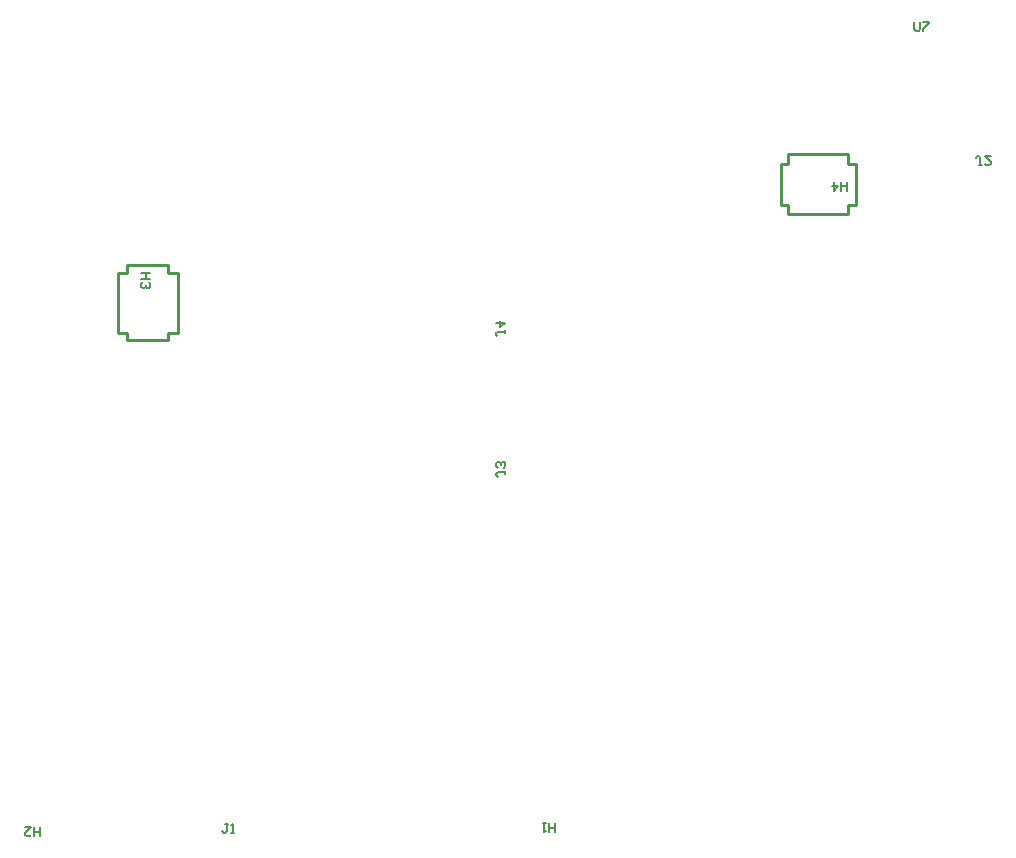
<source format=gbr>
G04*
G04 #@! TF.GenerationSoftware,Altium Limited,Altium Designer,24.10.1 (45)*
G04*
G04 Layer_Color=16711935*
%FSLAX44Y44*%
%MOMM*%
G71*
G04*
G04 #@! TF.SameCoordinates,58AE560C-37F5-4C9B-8F18-908462E99DB1*
G04*
G04*
G04 #@! TF.FilePolarity,Positive*
G04*
G01*
G75*
%ADD17C,0.2540*%
%ADD21C,0.2032*%
D17*
X747776Y551307D02*
X754126D01*
X747776Y543052D02*
Y551307D01*
X696976Y543052D02*
X747776D01*
X696976D02*
Y551307D01*
X690626D02*
X696976D01*
X690626D02*
Y585597D01*
X696976D01*
Y593852D01*
X747776D01*
Y585597D02*
Y593852D01*
Y585597D02*
X754126D01*
Y551307D02*
Y585597D01*
X137541Y493776D02*
Y500126D01*
X129286Y493776D02*
X137541D01*
X129286Y442976D02*
Y493776D01*
Y442976D02*
X137541D01*
Y436626D02*
Y442976D01*
Y436626D02*
X171831D01*
Y442976D01*
X180086D01*
Y493776D01*
X171831D02*
X180086D01*
X171831D02*
Y500126D01*
X137541D02*
X171831D01*
D21*
X803656Y706117D02*
Y699770D01*
X804926Y698500D01*
X807465D01*
X808734Y699770D01*
Y706117D01*
X811273D02*
X816352D01*
Y704848D01*
X811273Y699770D01*
Y698500D01*
X499313Y19826D02*
Y27443D01*
Y23635D01*
X494235D01*
Y19826D01*
Y27443D01*
X491696D02*
X489156D01*
X490426D01*
Y19826D01*
X491696Y21095D01*
X860804Y584794D02*
X858265D01*
X859535D01*
Y591142D01*
X858265Y592412D01*
X856996D01*
X855726Y591142D01*
X868422Y592412D02*
X863344D01*
X868422Y587334D01*
Y586064D01*
X867152Y584794D01*
X864613D01*
X863344Y586064D01*
X747187Y562988D02*
Y570606D01*
Y566797D01*
X742108D01*
Y562988D01*
Y570606D01*
X735760D02*
Y562988D01*
X739569Y566797D01*
X734491D01*
X222807Y27164D02*
X220268D01*
X221538D01*
Y20816D01*
X220268Y19547D01*
X218998D01*
X217729Y20816D01*
X225346Y19547D02*
X227885D01*
X226616D01*
Y27164D01*
X225346Y25895D01*
X149222Y493187D02*
X156840D01*
X153031D01*
Y488108D01*
X149222D01*
X156840D01*
X150492Y485569D02*
X149222Y484300D01*
Y481760D01*
X150492Y480491D01*
X151762D01*
X153031Y481760D01*
Y483030D01*
Y481760D01*
X154301Y480491D01*
X155570D01*
X156840Y481760D01*
Y484300D01*
X155570Y485569D01*
X457452Y326134D02*
Y323595D01*
Y324865D01*
X451104D01*
X449834Y323595D01*
Y322326D01*
X451104Y321056D01*
X456182Y328674D02*
X457452Y329943D01*
Y332482D01*
X456182Y333752D01*
X454912D01*
X453643Y332482D01*
Y331213D01*
Y332482D01*
X452373Y333752D01*
X451104D01*
X449834Y332482D01*
Y329943D01*
X451104Y328674D01*
X456944Y445006D02*
Y442467D01*
Y443737D01*
X450596D01*
X449326Y442467D01*
Y441198D01*
X450596Y439928D01*
X449326Y451354D02*
X456944D01*
X453135Y447546D01*
Y452624D01*
X63957Y16524D02*
Y24141D01*
Y20333D01*
X58879D01*
Y16524D01*
Y24141D01*
X51261D02*
X56340D01*
X51261Y19063D01*
Y17793D01*
X52531Y16524D01*
X55070D01*
X56340Y17793D01*
M02*

</source>
